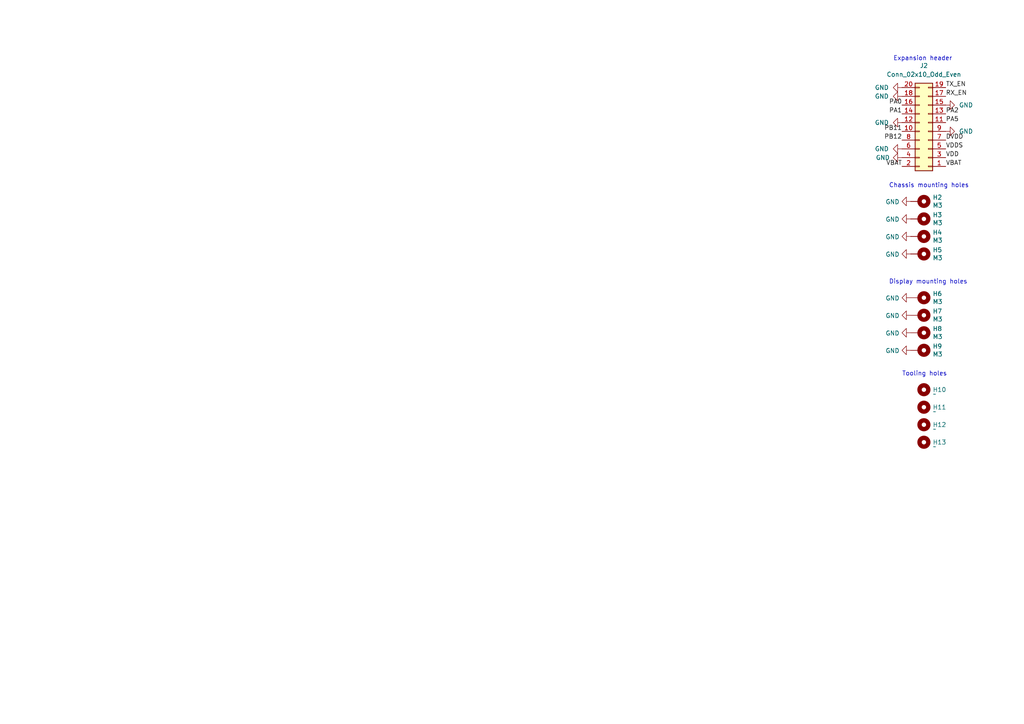
<source format=kicad_sch>
(kicad_sch (version 20230121) (generator eeschema)
  (paper "A4")
  (lib_symbols
    (symbol "Connector_Generic:Conn_02x10_Odd_Even" (pin_names (offset 1.016) hide)
      (property "Reference" "J" (at 1.27 12.7 0))
      (property "Value" "Conn_02x10_Odd_Even" (at 1.27 -15.24 0))
      (symbol "Conn_02x10_Odd_Even_1_1"
        (rectangle (start -1.27 -12.573) (end 0 -12.827) (stroke (width 0.1524)))
        (rectangle (start -1.27 -10.033) (end 0 -10.287) (stroke (width 0.1524)))
        (rectangle (start -1.27 -7.493) (end 0 -7.747) (stroke (width 0.1524)))
        (rectangle (start -1.27 -4.953) (end 0 -5.207) (stroke (width 0.1524)))
        (rectangle (start -1.27 -2.413) (end 0 -2.667) (stroke (width 0.1524)))
        (rectangle (start -1.27 0.127) (end 0 -0.127) (stroke (width 0.1524)))
        (rectangle (start -1.27 2.667) (end 0 2.413) (stroke (width 0.1524)))
        (rectangle (start -1.27 5.207) (end 0 4.953) (stroke (width 0.1524)))
        (rectangle (start -1.27 7.747) (end 0 7.493) (stroke (width 0.1524)))
        (rectangle (start -1.27 10.287) (end 0 10.033) (stroke (width 0.1524)))
        (rectangle (start -1.27 11.43) (end 3.81 -13.97) (stroke (width 0.254)) (fill (type background)))
        (rectangle (start 3.81 -12.573) (end 2.54 -12.827) (stroke (width 0.1524)))
        (rectangle (start 3.81 -10.033) (end 2.54 -10.287) (stroke (width 0.1524)))
        (rectangle (start 3.81 -7.493) (end 2.54 -7.747) (stroke (width 0.1524)))
        (rectangle (start 3.81 -4.953) (end 2.54 -5.207) (stroke (width 0.1524)))
        (rectangle (start 3.81 -2.413) (end 2.54 -2.667) (stroke (width 0.1524)))
        (rectangle (start 3.81 0.127) (end 2.54 -0.127) (stroke (width 0.1524)))
        (rectangle (start 3.81 2.667) (end 2.54 2.413) (stroke (width 0.1524)))
        (rectangle (start 3.81 5.207) (end 2.54 4.953) (stroke (width 0.1524)))
        (rectangle (start 3.81 7.747) (end 2.54 7.493) (stroke (width 0.1524)))
        (rectangle (start 3.81 10.287) (end 2.54 10.033) (stroke (width 0.1524)))
        (pin passive line (at -5.08 10.16 0) (length 3.81) (name "Pin_1") (number "1"))
        (pin passive line (at 7.62 0 180) (length 3.81) (name "Pin_10") (number "10"))
        (pin passive line (at -5.08 -2.54 0) (length 3.81) (name "Pin_11") (number "11"))
        (pin passive line (at 7.62 -2.54 180) (length 3.81) (name "Pin_12") (number "12"))
        (pin passive line (at -5.08 -5.08 0) (length 3.81) (name "Pin_13") (number "13"))
        (pin passive line (at 7.62 -5.08 180) (length 3.81) (name "Pin_14") (number "14"))
        (pin passive line (at -5.08 -7.62 0) (length 3.81) (name "Pin_15") (number "15"))
        (pin passive line (at 7.62 -7.62 180) (length 3.81) (name "Pin_16") (number "16"))
        (pin passive line (at -5.08 -10.16 0) (length 3.81) (name "Pin_17") (number "17"))
        (pin passive line (at 7.62 -10.16 180) (length 3.81) (name "Pin_18") (number "18"))
        (pin passive line (at -5.08 -12.7 0) (length 3.81) (name "Pin_19") (number "19"))
        (pin passive line (at 7.62 10.16 180) (length 3.81) (name "Pin_2") (number "2"))
        (pin passive line (at 7.62 -12.7 180) (length 3.81) (name "Pin_20") (number "20"))
        (pin passive line (at -5.08 7.62 0) (length 3.81) (name "Pin_3") (number "3"))
        (pin passive line (at 7.62 7.62 180) (length 3.81) (name "Pin_4") (number "4"))
        (pin passive line (at -5.08 5.08 0) (length 3.81) (name "Pin_5") (number "5"))
        (pin passive line (at 7.62 5.08 180) (length 3.81) (name "Pin_6") (number "6"))
        (pin passive line (at -5.08 2.54 0) (length 3.81) (name "Pin_7") (number "7"))
        (pin passive line (at 7.62 2.54 180) (length 3.81) (name "Pin_8") (number "8"))
        (pin passive line (at -5.08 0 0) (length 3.81) (name "Pin_9") (number "9"))
      )
    )
    (symbol "Mechanical:MountingHole" (pin_names (offset 1.016))
      (property "Reference" "H" (at 0 5.08 0))
      (property "Value" "MountingHole" (at 0 3.175 0))
      (symbol "MountingHole_0_1"
        (circle (center 0 0) (radius 1.27) (stroke (width 1.27)))
      )
    )
    (symbol "Mechanical:MountingHole_Pad" (pin_numbers hide) (pin_names (offset 1.016) hide)
      (property "Reference" "H" (at 0 6.35 0))
      (property "Value" "MountingHole_Pad" (at 0 4.445 0))
      (symbol "MountingHole_Pad_0_1"
        (circle (center 0 1.27) (radius 1.27) (stroke (width 1.27)))
      )
      (symbol "MountingHole_Pad_1_1"
        (pin input line (at 0 -2.54 90) (length 2.54) (name "1") (number "1"))
      )
    )
    (symbol "power:GND" (power) (pin_names (offset 0))
      (property "Value" "GND" (at 0 -3.81 0))
      (symbol "GND_0_1"
        (polyline (pts (xy 0 0) (xy 0 -1.27) (xy 1.27 -1.27) (xy 0 -2.54) (xy -1.27 -1.27) (xy 0 -1.27)))
      )
      (symbol "GND_1_1"
        (pin power_in line (at 0 0 270) (length 0) hide (name "GND") (number "1"))
      )
    )
  )
  (text "Expansion header" (at 259.08 17.78 0) (effects (font (size 1.27 1.27)) (justify left bottom)))
  (text "Chassis mounting holes" (at 257.81 54.61 0) (effects (font (size 1.27 1.27)) (justify left bottom)))
  (text "Tooling holes" (at 261.62 109.22 0) (effects (font (size 1.27 1.27)) (justify left bottom)))
  (text "Display mounting holes" (at 257.81 82.55 0) (effects (font (size 1.27 1.27)) (justify left bottom)))
  (label "VBAT" (at 274.32 48.26 0))
  (label "RX_EN" (at 274.32 27.94 0))
  (label "PA2" (at 274.32 33.02 0))
  (label "VDDS" (at 274.32 43.18 0))
  (label "DVDD" (at 274.32 40.64 0))
  (label "TX_EN" (at 274.32 25.4 0))
  (label "PB12" (at 261.62 40.64 180))
  (label "PA0" (at 261.62 30.48 180))
  (label "VBAT" (at 261.62 48.26 180))
  (label "VDD" (at 274.32 45.72 0))
  (label "PA1" (at 261.62 33.02 180))
  (label "PA5" (at 274.32 35.56 0))
  (label "PB11" (at 261.62 38.1 180))
  (symbol (lib_id "power:GND") (at 274.32 30.48 90) (unit 1)
    (property "Reference" "#PWR06" (effects hide))
    (property "Value" "GND" (at 278.13 30.48 90) (effects (justify right)))
  )
  (symbol (lib_id "power:GND") (at 264.16 101.6 270) (unit 1)
    (property "Reference" "#PWR015" (effects hide))
    (property "Value" "GND" (at 260.9088 101.727 90) (effects (justify right)))
  )
  (symbol (lib_id "power:GND") (at 264.16 96.52 270) (unit 1)
    (property "Reference" "#PWR014" (effects hide))
    (property "Value" "GND" (at 260.9088 96.647 90) (effects (justify right)))
  )
  (symbol (lib_id "power:GND") (at 261.62 35.56 270) (unit 1)
    (property "Reference" "#PWR03" (effects hide))
    (property "Value" "GND" (at 257.81 35.56 90) (effects (justify right)))
  )
  (symbol (lib_id "Mechanical:MountingHole_Pad") (at 266.7 63.5 270) (unit 1)
    (property "Reference" "H3" (at 270.51 62.3316 90) (effects (justify left)))
    (property "Value" "M3" (at 270.51 64.643 90) (effects (justify left)))
    (property "Footprint" "MountingHole:MountingHole_3.2mm_M3_Pad" (effects hide))
  )
  (symbol (lib_id "Mechanical:MountingHole") (at 267.97 123.19 0) (unit 1)
    (property "Reference" "H12" (at 270.51 123.19 0) (effects (justify left)))
    (property "Value" "~" (at 270.51 124.46 0) (effects (justify left)))
    (property "Footprint" "kapula:ToolingHole" (effects hide))
  )
  (symbol (lib_id "Mechanical:MountingHole") (at 267.97 128.27 0) (unit 1)
    (property "Reference" "H13" (at 270.51 128.27 0) (effects (justify left)))
    (property "Value" "~" (at 270.51 129.54 0) (effects (justify left)))
    (property "Footprint" "kapula:ToolingHole" (effects hide))
  )
  (symbol (lib_id "power:GND") (at 264.16 73.66 270) (unit 1)
    (property "Reference" "#PWR011" (effects hide))
    (property "Value" "GND" (at 260.9088 73.787 90) (effects (justify right)))
  )
  (symbol (lib_id "Mechanical:MountingHole") (at 267.97 113.03 0) (unit 1)
    (property "Reference" "H10" (at 270.51 113.03 0) (effects (justify left)))
    (property "Value" "~" (at 270.51 114.3 0) (effects (justify left)))
    (property "Footprint" "kapula:ToolingHole" (effects hide))
  )
  (symbol (lib_id "power:GND") (at 261.62 25.4 270) (unit 1)
    (property "Reference" "#PWR01" (effects hide))
    (property "Value" "GND" (at 257.81 25.4 90) (effects (justify right)))
  )
  (symbol (lib_id "power:GND") (at 274.32 38.1 90) (unit 1)
    (property "Reference" "#PWR07" (effects hide))
    (property "Value" "GND" (at 278.13 38.1 90) (effects (justify right)))
  )
  (symbol (lib_id "Mechanical:MountingHole") (at 267.97 118.11 0) (unit 1)
    (property "Reference" "H11" (at 270.51 118.11 0) (effects (justify left)))
    (property "Value" "~" (at 270.51 119.38 0) (effects (justify left)))
    (property "Footprint" "kapula:ToolingHole" (effects hide))
  )
  (symbol (lib_id "power:GND") (at 264.16 86.36 270) (unit 1)
    (property "Reference" "#PWR012" (effects hide))
    (property "Value" "GND" (at 260.9088 86.487 90) (effects (justify right)))
  )
  (symbol (lib_id "power:GND") (at 264.16 68.58 270) (unit 1)
    (property "Reference" "#PWR010" (effects hide))
    (property "Value" "GND" (at 260.9088 68.707 90) (effects (justify right)))
  )
  (symbol (lib_id "Mechanical:MountingHole_Pad") (at 266.7 58.42 270) (unit 1)
    (property "Reference" "H2" (at 270.51 57.2516 90) (effects (justify left)))
    (property "Value" "M3" (at 270.51 59.563 90) (effects (justify left)))
    (property "Footprint" "MountingHole:MountingHole_3.2mm_M3_Pad" (effects hide))
  )
  (symbol (lib_id "Mechanical:MountingHole_Pad") (at 266.7 96.52 270) (unit 1)
    (property "Reference" "H8" (at 270.51 95.3516 90) (effects (justify left)))
    (property "Value" "M3" (at 270.51 97.663 90) (effects (justify left)))
    (property "Footprint" "MountingHole:MountingHole_3.2mm_M3_Pad" (effects hide))
  )
  (symbol (lib_id "power:GND") (at 264.16 58.42 270) (unit 1)
    (property "Reference" "#PWR08" (effects hide))
    (property "Value" "GND" (at 260.9088 58.547 90) (effects (justify right)))
  )
  (symbol (lib_id "Mechanical:MountingHole_Pad") (at 266.7 101.6 270) (unit 1)
    (property "Reference" "H9" (at 270.51 100.4316 90) (effects (justify left)))
    (property "Value" "M3" (at 270.51 102.743 90) (effects (justify left)))
    (property "Footprint" "MountingHole:MountingHole_3.2mm_M3_Pad" (effects hide))
  )
  (symbol (lib_id "power:GND") (at 261.62 27.94 270) (unit 1)
    (property "Reference" "#PWR02" (effects hide))
    (property "Value" "GND" (at 257.81 27.94 90) (effects (justify right)))
  )
  (symbol (lib_id "Connector_Generic:Conn_02x10_Odd_Even") (at 269.24 38.1 180) (unit 1)
    (property "Reference" "J2" (at 267.97 19.05 0))
    (property "Value" "Conn_02x10_Odd_Even" (at 267.97 21.59 0))
    (property "Footprint" "Connector_PinHeader_2.54mm:PinHeader_2x10_P2.54mm_Vertical" (effects hide))
  )
  (symbol (lib_id "Mechanical:MountingHole_Pad") (at 266.7 68.58 270) (unit 1)
    (property "Reference" "H4" (at 270.51 67.4116 90) (effects (justify left)))
    (property "Value" "M3" (at 270.51 69.723 90) (effects (justify left)))
    (property "Footprint" "MountingHole:MountingHole_3.2mm_M3_Pad" (effects hide))
  )
  (symbol (lib_id "Mechanical:MountingHole_Pad") (at 266.7 73.66 270) (unit 1)
    (property "Reference" "H5" (at 270.51 72.4916 90) (effects (justify left)))
    (property "Value" "M3" (at 270.51 74.803 90) (effects (justify left)))
    (property "Footprint" "MountingHole:MountingHole_3.2mm_M3_Pad" (effects hide))
  )
  (symbol (lib_id "Mechanical:MountingHole_Pad") (at 266.7 86.36 270) (unit 1)
    (property "Reference" "H6" (at 270.51 85.1916 90) (effects (justify left)))
    (property "Value" "M3" (at 270.51 87.503 90) (effects (justify left)))
    (property "Footprint" "MountingHole:MountingHole_3.2mm_M3_Pad" (effects hide))
  )
  (symbol (lib_id "power:GND") (at 261.62 45.72 270) (unit 1)
    (property "Reference" "#PWR05" (effects hide))
    (property "Value" "GND" (at 254 45.72 90) (effects (justify left)))
  )
  (symbol (lib_id "power:GND") (at 264.16 91.44 270) (unit 1)
    (property "Reference" "#PWR013" (effects hide))
    (property "Value" "GND" (at 260.9088 91.567 90) (effects (justify right)))
  )
  (symbol (lib_id "power:GND") (at 264.16 63.5 270) (unit 1)
    (property "Reference" "#PWR09" (effects hide))
    (property "Value" "GND" (at 260.9088 63.627 90) (effects (justify right)))
  )
  (symbol (lib_id "Mechanical:MountingHole_Pad") (at 266.7 91.44 270) (unit 1)
    (property "Reference" "H7" (at 270.51 90.2716 90) (effects (justify left)))
    (property "Value" "M3" (at 270.51 92.583 90) (effects (justify left)))
    (property "Footprint" "MountingHole:MountingHole_3.2mm_M3_Pad" (effects hide))
  )
  (symbol (lib_id "power:GND") (at 261.62 43.18 270) (unit 1)
    (property "Reference" "#PWR04" (effects hide))
    (property "Value" "GND" (at 257.81 43.18 90) (effects (justify right)))
  )
)
</source>
